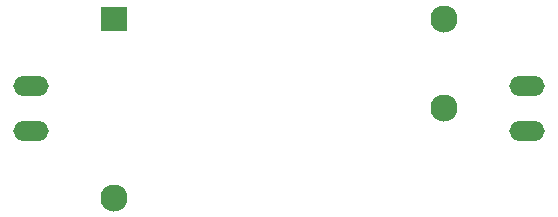
<source format=gbr>
%TF.GenerationSoftware,KiCad,Pcbnew,5.1.10*%
%TF.CreationDate,2021-05-04T11:12:31+02:00*%
%TF.ProjectId,AC-DC,41432d44-432e-46b6-9963-61645f706362,rev?*%
%TF.SameCoordinates,Original*%
%TF.FileFunction,Copper,L1,Top*%
%TF.FilePolarity,Positive*%
%FSLAX46Y46*%
G04 Gerber Fmt 4.6, Leading zero omitted, Abs format (unit mm)*
G04 Created by KiCad (PCBNEW 5.1.10) date 2021-05-04 11:12:31*
%MOMM*%
%LPD*%
G01*
G04 APERTURE LIST*
%TA.AperFunction,ComponentPad*%
%ADD10C,2.300000*%
%TD*%
%TA.AperFunction,ComponentPad*%
%ADD11R,2.300000X2.000000*%
%TD*%
%TA.AperFunction,ComponentPad*%
%ADD12O,3.000000X1.700000*%
%TD*%
G04 APERTURE END LIST*
D10*
%TO.P,PS1,4*%
%TO.N,Net-(J2-Pad1)*%
X14000000Y0D03*
%TO.P,PS1,2*%
%TO.N,Net-(J1-Pad2)*%
X-14000000Y-7600000D03*
D11*
%TO.P,PS1,1*%
%TO.N,Net-(J1-Pad1)*%
X-14000000Y7600000D03*
D10*
%TO.P,PS1,3*%
%TO.N,GND*%
X14000000Y7600000D03*
%TD*%
D12*
%TO.P,J2,2*%
%TO.N,GND*%
X21000000Y1905000D03*
%TO.P,J2,1*%
%TO.N,Net-(J2-Pad1)*%
X21000000Y-1905000D03*
%TD*%
%TO.P,J1,2*%
%TO.N,Net-(J1-Pad2)*%
X-21000000Y-1905000D03*
%TO.P,J1,1*%
%TO.N,Net-(J1-Pad1)*%
X-21000000Y1905000D03*
%TD*%
M02*

</source>
